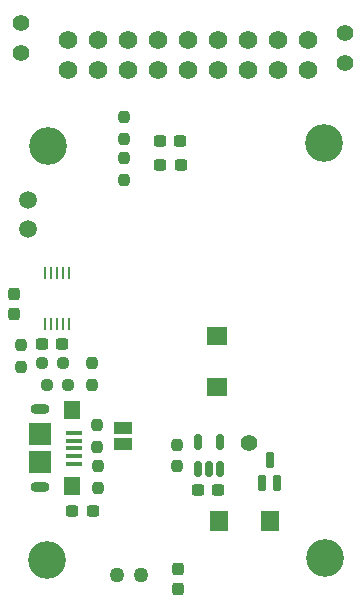
<source format=gbr>
%TF.GenerationSoftware,KiCad,Pcbnew,8.0.5*%
%TF.CreationDate,2025-04-10T23:54:11-07:00*%
%TF.ProjectId,ESP32,45535033-322e-46b6-9963-61645f706362,rev?*%
%TF.SameCoordinates,Original*%
%TF.FileFunction,Soldermask,Bot*%
%TF.FilePolarity,Negative*%
%FSLAX46Y46*%
G04 Gerber Fmt 4.6, Leading zero omitted, Abs format (unit mm)*
G04 Created by KiCad (PCBNEW 8.0.5) date 2025-04-10 23:54:11*
%MOMM*%
%LPD*%
G01*
G04 APERTURE LIST*
G04 Aperture macros list*
%AMRoundRect*
0 Rectangle with rounded corners*
0 $1 Rounding radius*
0 $2 $3 $4 $5 $6 $7 $8 $9 X,Y pos of 4 corners*
0 Add a 4 corners polygon primitive as box body*
4,1,4,$2,$3,$4,$5,$6,$7,$8,$9,$2,$3,0*
0 Add four circle primitives for the rounded corners*
1,1,$1+$1,$2,$3*
1,1,$1+$1,$4,$5*
1,1,$1+$1,$6,$7*
1,1,$1+$1,$8,$9*
0 Add four rect primitives between the rounded corners*
20,1,$1+$1,$2,$3,$4,$5,0*
20,1,$1+$1,$4,$5,$6,$7,0*
20,1,$1+$1,$6,$7,$8,$9,0*
20,1,$1+$1,$8,$9,$2,$3,0*%
G04 Aperture macros list end*
%ADD10C,1.400000*%
%ADD11C,1.498600*%
%ADD12C,3.200000*%
%ADD13C,1.574800*%
%ADD14RoundRect,0.237500X-0.300000X-0.237500X0.300000X-0.237500X0.300000X0.237500X-0.300000X0.237500X0*%
%ADD15RoundRect,0.237500X0.237500X-0.250000X0.237500X0.250000X-0.237500X0.250000X-0.237500X-0.250000X0*%
%ADD16RoundRect,0.237500X-0.237500X0.250000X-0.237500X-0.250000X0.237500X-0.250000X0.237500X0.250000X0*%
%ADD17RoundRect,0.237500X0.300000X0.237500X-0.300000X0.237500X-0.300000X-0.237500X0.300000X-0.237500X0*%
%ADD18RoundRect,0.237500X0.237500X-0.300000X0.237500X0.300000X-0.237500X0.300000X-0.237500X-0.300000X0*%
%ADD19RoundRect,0.237500X0.250000X0.237500X-0.250000X0.237500X-0.250000X-0.237500X0.250000X-0.237500X0*%
%ADD20RoundRect,0.102000X0.228600X-0.558800X0.228600X0.558800X-0.228600X0.558800X-0.228600X-0.558800X0*%
%ADD21R,1.500000X1.000000*%
%ADD22C,1.270000*%
%ADD23RoundRect,0.237500X-0.237500X0.300000X-0.237500X-0.300000X0.237500X-0.300000X0.237500X0.300000X0*%
%ADD24O,0.249999X1.150000*%
%ADD25R,1.346200X0.406400*%
%ADD26R,1.397000X1.600200*%
%ADD27R,1.905000X1.905000*%
%ADD28O,1.600200X0.889000*%
%ADD29RoundRect,0.150000X0.150000X-0.512500X0.150000X0.512500X-0.150000X0.512500X-0.150000X-0.512500X0*%
%ADD30R,1.651000X1.574800*%
%ADD31R,1.574800X1.651000*%
G04 APERTURE END LIST*
D10*
%TO.C,*%
X132380000Y-138180000D03*
%TD*%
%TO.C,*%
X140470000Y-103500000D03*
%TD*%
%TO.C,*%
X140460000Y-106050000D03*
%TD*%
%TO.C,REF\u002A\u002A*%
X113060000Y-102590000D03*
X113060000Y-105130000D03*
%TD*%
D11*
%TO.C,J3*%
X113596900Y-120086600D03*
X113596900Y-117586600D03*
%TD*%
D12*
%TO.C,REF\u002A\u002A*%
X138800000Y-147880000D03*
%TD*%
D13*
%TO.C,J1*%
X117000000Y-104100000D03*
X119540000Y-104100000D03*
X122080000Y-104100000D03*
X124620000Y-104100000D03*
X127160000Y-104100000D03*
X129700000Y-104100000D03*
X132240000Y-104100000D03*
X134780000Y-104100000D03*
X137320000Y-104100000D03*
%TD*%
D12*
%TO.C,REF\u002A\u002A*%
X115250000Y-148050000D03*
%TD*%
%TO.C,REF\u002A\u002A*%
X115300000Y-113000000D03*
%TD*%
D14*
%TO.C,C4*%
X124817500Y-112630000D03*
X126542500Y-112630000D03*
%TD*%
D12*
%TO.C,REF\u002A\u002A*%
X138700000Y-112800000D03*
%TD*%
D13*
%TO.C,J2*%
X117000000Y-106640000D03*
X119540000Y-106640000D03*
X122080000Y-106640000D03*
X124620000Y-106640000D03*
X127160000Y-106640000D03*
X129700000Y-106640000D03*
X132240000Y-106640000D03*
X134780000Y-106640000D03*
X137320000Y-106640000D03*
%TD*%
D14*
%TO.C,C5*%
X124837500Y-114650000D03*
X126562500Y-114650000D03*
%TD*%
D15*
%TO.C,R4*%
X121750000Y-115912500D03*
X121750000Y-114087500D03*
%TD*%
D16*
%TO.C,R5*%
X119030000Y-131445000D03*
X119030000Y-133270000D03*
%TD*%
D15*
%TO.C,R10*%
X113075000Y-131737500D03*
X113075000Y-129912500D03*
%TD*%
%TO.C,R2*%
X121750000Y-112412500D03*
X121750000Y-110587500D03*
%TD*%
D16*
%TO.C,R17*%
X119600000Y-141965000D03*
X119600000Y-140140000D03*
%TD*%
D15*
%TO.C,R18*%
X126244996Y-140155000D03*
X126244996Y-138330000D03*
%TD*%
D17*
%TO.C,C10*%
X116520000Y-129840000D03*
X114795000Y-129840000D03*
%TD*%
D18*
%TO.C,C8*%
X126340000Y-150552500D03*
X126340000Y-148827500D03*
%TD*%
D19*
%TO.C,R8*%
X116612500Y-131400000D03*
X114787500Y-131400000D03*
%TD*%
D15*
%TO.C,R19*%
X119494996Y-138505000D03*
X119494996Y-136680000D03*
%TD*%
D20*
%TO.C,Q1*%
X134750400Y-141530400D03*
X133429600Y-141530400D03*
X134090000Y-139600000D03*
%TD*%
D21*
%TO.C,JP2*%
X121644996Y-136942500D03*
X121644996Y-138242500D03*
%TD*%
D22*
%TO.C,J4*%
X123200001Y-149390000D03*
X121200000Y-149390000D03*
%TD*%
D19*
%TO.C,R1*%
X115217500Y-133250000D03*
X117042500Y-133250000D03*
%TD*%
D23*
%TO.C,C9*%
X112470000Y-127292500D03*
X112470000Y-125567500D03*
%TD*%
D17*
%TO.C,C12*%
X129732500Y-142170000D03*
X128007500Y-142170000D03*
%TD*%
D14*
%TO.C,C13*%
X119112500Y-143980000D03*
X117387500Y-143980000D03*
%TD*%
D24*
%TO.C,U5*%
X117100000Y-123830000D03*
X116600001Y-123830000D03*
X116099999Y-123830000D03*
X115600000Y-123830000D03*
X115099998Y-123830000D03*
X115099998Y-128080000D03*
X115600000Y-128080000D03*
X116099999Y-128080000D03*
X116600001Y-128080000D03*
X117100000Y-128080000D03*
%TD*%
D25*
%TO.C,J5*%
X117549997Y-139920400D03*
X117549997Y-139270399D03*
X117549997Y-138620400D03*
X117549997Y-137970401D03*
X117549997Y-137320400D03*
D26*
X117324996Y-141820401D03*
X117324996Y-135420399D03*
D27*
X114674997Y-139820400D03*
X114674997Y-137420400D03*
D28*
X114674997Y-141920398D03*
X114674997Y-135320402D03*
%TD*%
D29*
%TO.C,U6*%
X129910000Y-140390000D03*
X128960000Y-140390000D03*
X128010000Y-140390000D03*
X128010000Y-138115000D03*
X129910000Y-138115000D03*
%TD*%
D30*
%TO.C,D6*%
X129610000Y-133409000D03*
X129610000Y-129091000D03*
%TD*%
D31*
%TO.C,D1*%
X134089000Y-144810000D03*
X129771000Y-144810000D03*
%TD*%
M02*

</source>
